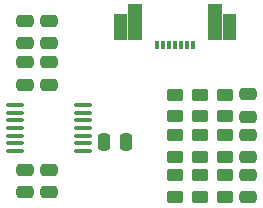
<source format=gbr>
%TF.GenerationSoftware,KiCad,Pcbnew,8.0.4*%
%TF.CreationDate,2024-08-31T12:18:16-06:00*%
%TF.ProjectId,SNEdge,534e4564-6765-42e6-9b69-6361645f7063,rev?*%
%TF.SameCoordinates,Original*%
%TF.FileFunction,Paste,Top*%
%TF.FilePolarity,Positive*%
%FSLAX46Y46*%
G04 Gerber Fmt 4.6, Leading zero omitted, Abs format (unit mm)*
G04 Created by KiCad (PCBNEW 8.0.4) date 2024-08-31 12:18:16*
%MOMM*%
%LPD*%
G01*
G04 APERTURE LIST*
G04 Aperture macros list*
%AMRoundRect*
0 Rectangle with rounded corners*
0 $1 Rounding radius*
0 $2 $3 $4 $5 $6 $7 $8 $9 X,Y pos of 4 corners*
0 Add a 4 corners polygon primitive as box body*
4,1,4,$2,$3,$4,$5,$6,$7,$8,$9,$2,$3,0*
0 Add four circle primitives for the rounded corners*
1,1,$1+$1,$2,$3*
1,1,$1+$1,$4,$5*
1,1,$1+$1,$6,$7*
1,1,$1+$1,$8,$9*
0 Add four rect primitives between the rounded corners*
20,1,$1+$1,$2,$3,$4,$5,0*
20,1,$1+$1,$4,$5,$6,$7,0*
20,1,$1+$1,$6,$7,$8,$9,0*
20,1,$1+$1,$8,$9,$2,$3,0*%
G04 Aperture macros list end*
%ADD10C,0.000000*%
%ADD11RoundRect,0.250000X0.475000X-0.250000X0.475000X0.250000X-0.475000X0.250000X-0.475000X-0.250000X0*%
%ADD12R,0.300000X0.800000*%
%ADD13R,1.300000X3.049999*%
%ADD14RoundRect,0.250000X-0.450000X0.262500X-0.450000X-0.262500X0.450000X-0.262500X0.450000X0.262500X0*%
%ADD15RoundRect,0.250000X-0.475000X0.250000X-0.475000X-0.250000X0.475000X-0.250000X0.475000X0.250000X0*%
%ADD16RoundRect,0.250000X0.250000X0.475000X-0.250000X0.475000X-0.250000X-0.475000X0.250000X-0.475000X0*%
%ADD17RoundRect,0.250000X0.450000X-0.262500X0.450000X0.262500X-0.450000X0.262500X-0.450000X-0.262500X0*%
%ADD18RoundRect,0.100000X-0.637500X-0.100000X0.637500X-0.100000X0.637500X0.100000X-0.637500X0.100000X0*%
G04 APERTURE END LIST*
D10*
%TO.C,J1*%
G36*
X136150003Y-94900000D02*
G01*
X135050003Y-94900000D01*
X135050003Y-92700000D01*
X136150003Y-92700000D01*
X136150003Y-94900000D01*
G37*
G36*
X145350003Y-94900000D02*
G01*
X144250003Y-94900000D01*
X144250003Y-92700000D01*
X145350003Y-92700000D01*
X145350003Y-94900000D01*
G37*
%TD*%
D11*
%TO.C,C1*%
X129500000Y-107750000D03*
X129500000Y-105850000D03*
%TD*%
%TO.C,C8*%
X146400000Y-104762500D03*
X146400000Y-102862500D03*
%TD*%
D12*
%TO.C,J1*%
X141700000Y-95300000D03*
X141200001Y-95300000D03*
X140699999Y-95300000D03*
X140200000Y-95300000D03*
X139699999Y-95300000D03*
X139200000Y-95300000D03*
X138700001Y-95300000D03*
D13*
X143600000Y-93375000D03*
X136800006Y-93375000D03*
%TD*%
D14*
%TO.C,R3*%
X142300000Y-106300000D03*
X142300000Y-108125000D03*
%TD*%
D11*
%TO.C,C9*%
X146400000Y-108162500D03*
X146400000Y-106262500D03*
%TD*%
D15*
%TO.C,C5*%
X129500000Y-93250000D03*
X129500000Y-95150000D03*
%TD*%
D14*
%TO.C,R9*%
X144400000Y-99500000D03*
X144400000Y-101325000D03*
%TD*%
D11*
%TO.C,C2*%
X127500000Y-107750000D03*
X127500000Y-105850000D03*
%TD*%
D14*
%TO.C,R5*%
X140200000Y-99500000D03*
X140200000Y-101325000D03*
%TD*%
D16*
%TO.C,C7*%
X136050000Y-103500000D03*
X134150000Y-103500000D03*
%TD*%
D14*
%TO.C,R1*%
X142300000Y-102900000D03*
X142300000Y-104725000D03*
%TD*%
D15*
%TO.C,C4*%
X127500000Y-96750000D03*
X127500000Y-98650000D03*
%TD*%
D17*
%TO.C,R4*%
X144400000Y-108125000D03*
X144400000Y-106300000D03*
%TD*%
%TO.C,R8*%
X142300000Y-101325000D03*
X142300000Y-99500000D03*
%TD*%
D15*
%TO.C,C10*%
X146400000Y-99462500D03*
X146400000Y-101362500D03*
%TD*%
D17*
%TO.C,R2*%
X144400000Y-104725000D03*
X144400000Y-102900000D03*
%TD*%
D15*
%TO.C,C6*%
X127500000Y-93250000D03*
X127500000Y-95150000D03*
%TD*%
D17*
%TO.C,R7*%
X140200000Y-108125000D03*
X140200000Y-106300000D03*
%TD*%
%TO.C,R6*%
X140200000Y-104725000D03*
X140200000Y-102900000D03*
%TD*%
D18*
%TO.C,U1*%
X126637500Y-100350000D03*
X126637500Y-101000000D03*
X126637500Y-101650000D03*
X126637500Y-102300000D03*
X126637500Y-102950000D03*
X126637500Y-103600000D03*
X126637500Y-104250000D03*
X132362500Y-104250000D03*
X132362500Y-103600000D03*
X132362500Y-102950000D03*
X132362500Y-102300000D03*
X132362500Y-101650000D03*
X132362500Y-101000000D03*
X132362500Y-100350000D03*
%TD*%
D15*
%TO.C,C3*%
X129500000Y-96750000D03*
X129500000Y-98650000D03*
%TD*%
M02*

</source>
